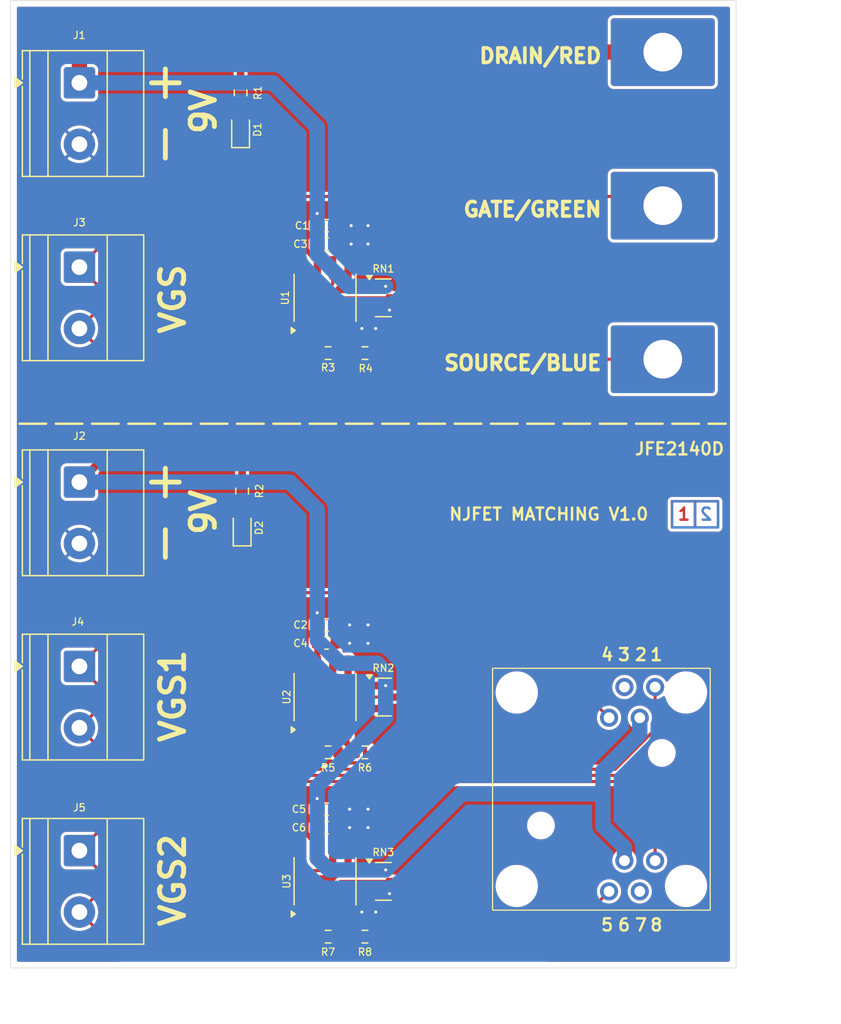
<source format=kicad_pcb>
(kicad_pcb (version 20241229) (generator "pcbnew") (generator_version "9.0")
  (layers (0 "F.Cu" signal) (2 "B.Cu" signal) (13 "F.Paste" user) (15 "B.Paste" user) (5 "F.SilkS" user "F.Silkscreen") (7 "B.SilkS" user "B.Silkscreen") (1 "F.Mask" user) (3 "B.Mask" user) (25 "Edge.Cuts" user))
  (net 0 "")
  (net 1 "VDD")
  (net 2 "GND")
  (net 3 "VCC")
  (net 4 "Net-(D1-A)")
  (net 5 "Net-(D2-A)")
  (net 6 "/GATE_1")
  (net 7 "/SOURCE_1")
  (net 8 "/GATE_2")
  (net 9 "Net-(R3-Pad2)")
  (net 10 "Net-(U1-+)")
  (net 11 "Net-(U2-+)")
  (net 18 "/SOURCE_2")
  (net 19 "Net-(U3-+)")
  (net 25 "Net-(J3-Pin_1)")
  (net 26 "Net-(J3-Pin_2)")
  (net 27 "Net-(R5-Pad2)")
  (net 28 "Net-(R7-Pad2)")
  (footprint "NJFET_MATCHING:PA-SOCKET-SOICN-8-1_27" (layer "F.Cu") (at 168.91 125.222 -90)
    (property "Reference" "U4" (hide yes))
    (property "Value" "PA-SOCKET-SOICN-8-1.27")
    (fp_rect (start -10 -9) (end 10 9) (stroke (width 0.1)) (fill no) (layer "F.SilkS"))
    (pad "" np_thru_hole circle (at -8 -7 270) (size 3 3) (drill 3) (layers "*.Cu" "*.Mask"))
    (pad "" np_thru_hole circle (at -8 7 270) (size 3 3) (drill 3) (layers "*.Cu" "*.Mask"))
    (pad "" np_thru_hole circle (at -3 -5 270) (size 1.8 1.8) (drill 1.8) (layers "*.Cu" "*.Mask"))
    (pad "" np_thru_hole circle (at 3 5 270) (size 1.8 1.8) (drill 1.8) (layers "*.Cu" "*.Mask"))
    (pad "" np_thru_hole circle (at 8 -7 270) (size 3 3) (drill 3) (layers "*.Cu" "*.Mask"))
    (pad "" np_thru_hole circle (at 8 7 270) (size 3 3) (drill 3) (layers "*.Cu" "*.Mask"))
    (pad "1" thru_hole circle (at -8.45 -4.445 270) (size 1.5 1.5) (drill 0.9) (layers "*.Cu" "*.Mask") (net 7 "/SOURCE_1"))
    (pad "2" thru_hole circle (at -5.91 -3.175 270) (size 1.5 1.5) (drill 0.9) (layers "*.Cu" "*.Mask") (net 3 "VCC"))
    (pad "3" thru_hole circle (at -8.45 -1.905 270) (size 1.5 1.5) (drill 0.9) (layers "*.Cu" "*.Mask"))
    (pad "4" thru_hole circle (at -5.91 -0.635 270) (size 1.5 1.5) (drill 0.9) (layers "*.Cu" "*.Mask") (net 6 "/GATE_1"))
    (pad "5" thru_hole circle (at 8.45 -0.635 270) (size 1.5 1.5) (drill 0.9) (layers "*.Cu" "*.Mask") (net 18 "/SOURCE_2"))
    (pad "6" thru_hole circle (at 5.91 -1.905 270) (size 1.5 1.5) (drill 0.9) (layers "*.Cu" "*.Mask") (net 3 "VCC"))
    (pad "7" thru_hole circle (at 8.45 -3.175 270) (size 1.5 1.5) (drill 0.9) (layers "*.Cu" "*.Mask"))
    (pad "8" thru_hole circle (at 5.91 -4.445 270) (size 1.5 1.5) (drill 0.9) (layers "*.Cu" "*.Mask") (net 8 "/GATE_2"))
  )
  (footprint "Resistor_SMD:R_0603_1608Metric" (layer "F.Cu") (at 146.304 137.414)
    (property "Reference" "R7" (at 0 1.27 0) (layer "F.SilkS") (effects (font (size 0.6 0.6) (thickness 0.1))))
    (property "Value" "3k2")
    (fp_line (start -0.237258 -0.5225) (end 0.237258 -0.5225) (stroke (width 0.12)) (layer "F.SilkS"))
    (fp_line (start -0.237258 0.5225) (end 0.237258 0.5225) (stroke (width 0.12)) (layer "F.SilkS"))
    (pad "1" smd roundrect (at -0.825 0) (size 0.8 0.95) (layers "F.Cu" "F.Mask" "F.Paste") (net 18 "/SOURCE_2"))
    (pad "2" smd roundrect (at 0.825 0) (size 0.8 0.95) (layers "F.Cu" "F.Mask" "F.Paste") (net 28 "Net-(R7-Pad2)"))
  )
  (footprint "LED_SMD:LED_0603_1608Metric" (layer "F.Cu") (at 139.065 70.675 90)
    (property "Reference" "D1" (at 0 1.397 90) (layer "F.SilkS") (effects (font (size 0.6 0.6) (thickness 0.1))))
    (property "Value" "LED")
    (fp_line (start 0.8 -0.735) (end -1.485 -0.735) (stroke (width 0.12)) (layer "F.SilkS"))
    (fp_line (start -1.485 -0.735) (end -1.485 0.735) (stroke (width 0.12)) (layer "F.SilkS"))
    (fp_line (start -1.485 0.735) (end 0.8 0.735) (stroke (width 0.12)) (layer "F.SilkS"))
    (pad "1" smd roundrect (at -0.7875 0 90) (size 0.875 0.95) (layers "F.Cu" "F.Mask" "F.Paste") (net 2 "GND"))
    (pad "2" smd roundrect (at 0.7875 0 90) (size 0.875 0.95) (layers "F.Cu" "F.Mask" "F.Paste") (net 4 "Net-(D1-A)"))
  )
  (footprint "Resistor_SMD:R_0603_1608Metric" (layer "F.Cu") (at 146.304 89.154)
    (property "Reference" "R3" (at 0 1.201 0) (layer "F.SilkS") (effects (font (size 0.6 0.6) (thickness 0.1))))
    (property "Value" "3k2")
    (fp_line (start -0.237258 -0.5225) (end 0.237258 -0.5225) (stroke (width 0.12)) (layer "F.SilkS"))
    (fp_line (start -0.237258 0.5225) (end 0.237258 0.5225) (stroke (width 0.12)) (layer "F.SilkS"))
    (pad "1" smd roundrect (at -0.825 0) (size 0.8 0.95) (layers "F.Cu" "F.Mask" "F.Paste") (net 26 "Net-(J3-Pin_2)"))
    (pad "2" smd roundrect (at 0.825 0) (size 0.8 0.95) (layers "F.Cu" "F.Mask" "F.Paste") (net 9 "Net-(R3-Pad2)"))
  )
  (footprint "Package_SO:SOIC-8_3.9x4.9mm_P1.27mm" (layer "F.Cu") (at 146.05 117.602 90)
    (property "Reference" "U2" (at 0 -3.175 270) (layer "F.SilkS") (effects (font (size 0.6 0.6) (thickness 0.1))))
    (property "Value" "OP777ARZ")
    (fp_line (start 0 -2.56) (end 1.95 -2.56) (stroke (width 0.12)) (layer "F.SilkS"))
    (fp_line (start 0 -2.56) (end -1.95 -2.56) (stroke (width 0.12)) (layer "F.SilkS"))
    (fp_line (start 0 2.56) (end 1.95 2.56) (stroke (width 0.12)) (layer "F.SilkS"))
    (fp_line (start 0 2.56) (end -1.95 2.56) (stroke (width 0.12)) (layer "F.SilkS"))
    (fp_poly (pts (xy -2.7 -2.465) (xy -2.94 -2.795) (xy -2.46 -2.795)) (stroke (width 0.12)) (fill yes) (layer "F.SilkS"))
    (pad "1" smd roundrect (at -2.475 -1.905 90) (size 1.95 0.6) (layers "F.Cu" "F.Mask" "F.Paste"))
    (pad "2" smd roundrect (at -2.475 -0.635 90) (size 1.95 0.6) (layers "F.Cu" "F.Mask" "F.Paste") (net 7 "/SOURCE_1"))
    (pad "3" smd roundrect (at -2.475 0.635 90) (size 1.95 0.6) (layers "F.Cu" "F.Mask" "F.Paste") (net 11 "Net-(U2-+)"))
    (pad "4" smd roundrect (at -2.475 1.905 90) (size 1.95 0.6) (layers "F.Cu" "F.Mask" "F.Paste") (net 2 "GND"))
    (pad "5" smd roundrect (at 2.475 1.905 90) (size 1.95 0.6) (layers "F.Cu" "F.Mask" "F.Paste"))
    (pad "6" smd roundrect (at 2.475 0.635 90) (size 1.95 0.6) (layers "F.Cu" "F.Mask" "F.Paste") (net 6 "/GATE_1"))
    (pad "7" smd roundrect (at 2.475 -0.635 90) (size 1.95 0.6) (layers "F.Cu" "F.Mask" "F.Paste") (net 3 "VCC"))
    (pad "8" smd roundrect (at 2.475 -1.905 90) (size 1.95 0.6) (layers "F.Cu" "F.Mask" "F.Paste"))
  )
  (footprint "TerminalBlock_Phoenix:TerminalBlock_Phoenix_MKDS-1,5-2-5.08_1x02_P5.08mm_Horizontal" (layer "F.Cu") (at 125.73 130.302 -90)
    (property "Reference" "J5" (at -3.556 0 180) (layer "F.SilkS") (effects (font (size 0.6 0.6) (thickness 0.1))))
    (property "Value" "1715721")
    (fp_line (start -2.66 4.72) (end -2.66 -5.32) (stroke (width 0.12)) (layer "F.SilkS"))
    (fp_line (start -0.3 4.72) (end -2.66 4.72) (stroke (width 0.12)) (layer "F.SilkS"))
    (fp_line (start 7.74 4.72) (end 0.3 4.72) (stroke (width 0.12)) (layer "F.SilkS"))
    (fp_line (start -2.66 4.1) (end 7.74 4.1) (stroke (width 0.12)) (layer "F.SilkS"))
    (fp_line (start -2.66 2.6) (end 7.74 2.6) (stroke (width 0.12)) (layer "F.SilkS"))
    (fp_line (start -2.66 -2.3) (end 7.74 -2.3) (stroke (width 0.12)) (layer "F.SilkS"))
    (fp_line (start -2.66 -5.32) (end 7.74 -5.32) (stroke (width 0.12)) (layer "F.SilkS"))
    (fp_line (start 7.74 -5.32) (end 7.74 4.72) (stroke (width 0.12)) (layer "F.SilkS"))
    (fp_poly (pts (xy 0 4.72) (xy 0.44 5.33) (xy -0.44 5.33)) (stroke (width 0.12)) (fill yes) (layer "F.SilkS"))
    (pad "1" thru_hole roundrect (at 0 0 270) (size 2.6 2.6) (drill 1.3) (layers "*.Cu" "*.Mask") (roundrect_rratio 0.096154) (net 8 "/GATE_2"))
    (pad "2" thru_hole circle (at 5.08 0 270) (size 2.6 2.6) (drill 1.3) (layers "*.Cu" "*.Mask") (net 18 "/SOURCE_2"))
  )
  (footprint "TerminalBlock_Phoenix:TerminalBlock_Phoenix_MKDS-1,5-2-5.08_1x02_P5.08mm_Horizontal" (layer "F.Cu") (at 125.73 99.822 -90)
    (property "Reference" "J2" (at -3.81 0 180) (layer "F.SilkS") (effects (font (size 0.6 0.6) (thickness 0.1))))
    (property "Value" "1715721")
    (fp_line (start -2.66 4.72) (end -2.66 -5.32) (stroke (width 0.12)) (layer "F.SilkS"))
    (fp_line (start -0.3 4.72) (end -2.66 4.72) (stroke (width 0.12)) (layer "F.SilkS"))
    (fp_line (start 7.74 4.72) (end 0.3 4.72) (stroke (width 0.12)) (layer "F.SilkS"))
    (fp_line (start -2.66 4.1) (end 7.74 4.1) (stroke (width 0.12)) (layer "F.SilkS"))
    (fp_line (start -2.66 2.6) (end 7.74 2.6) (stroke (width 0.12)) (layer "F.SilkS"))
    (fp_line (start -2.66 -2.3) (end 7.74 -2.3) (stroke (width 0.12)) (layer "F.SilkS"))
    (fp_line (start -2.66 -5.32) (end 7.74 -5.32) (stroke (width 0.12)) (layer "F.SilkS"))
    (fp_line (start 7.74 -5.32) (end 7.74 4.72) (stroke (width 0.12)) (layer "F.SilkS"))
    (fp_poly (pts (xy 0 4.72) (xy 0.44 5.33) (xy -0.44 5.33)) (stroke (width 0.12)) (fill yes) (layer "F.SilkS"))
    (pad "1" thru_hole roundrect (at 0 0 270) (size 2.6 2.6) (drill 1.3) (layers "*.Cu" "*.Mask") (roundrect_rratio 0.096154) (net 3 "VCC"))
    (pad "2" thru_hole circle (at 5.08 0 270) (size 2.6 2.6) (drill 1.3) (layers "*.Cu" "*.Mask") (net 2 "GND"))
  )
  (footprint "Resistor_SMD:R_0603_1608Metric" (layer "F.Cu") (at 149.352 137.414)
    (property "Reference" "R8" (at 0 1.27 0) (layer "F.SilkS") (effects (font (size 0.6 0.6) (thickness 0.1))))
    (property "Value" "3k2")
    (fp_line (start -0.237258 -0.5225) (end 0.237258 -0.5225) (stroke (width 0.12)) (layer "F.SilkS"))
    (fp_line (start -0.237258 0.5225) (end 0.237258 0.5225) (stroke (width 0.12)) (layer "F.SilkS"))
    (pad "1" smd roundrect (at -0.825 0) (size 0.8 0.95) (layers "F.Cu" "F.Mask" "F.Paste") (net 28 "Net-(R7-Pad2)"))
    (pad "2" smd roundrect (at 0.825 0) (size 0.8 0.95) (layers "F.Cu" "F.Mask" "F.Paste") (net 2 "GND"))
  )
  (footprint "Capacitor_SMD:C_0603_1608Metric" (layer "F.Cu") (at 146.177 111.633)
    (property "Reference" "C2" (at -2.159 0 0) (layer "F.SilkS") (effects (font (size 0.6 0.6) (thickness 0.1))))
    (property "Value" "1u")
    (fp_line (start -0.14058 -0.51) (end 0.14058 -0.51) (stroke (width 0.12)) (layer "F.SilkS"))
    (fp_line (start -0.14058 0.51) (end 0.14058 0.51) (stroke (width 0.12)) (layer "F.SilkS"))
    (pad "1" smd roundrect (at -0.775 0) (size 0.9 0.95) (layers "F.Cu" "F.Mask" "F.Paste") (net 3 "VCC"))
    (pad "2" smd roundrect (at 0.775 0) (size 0.9 0.95) (layers "F.Cu" "F.Mask" "F.Paste") (net 2 "GND"))
  )
  (footprint "Resistor_SMD:R_0603_1608Metric" (layer "F.Cu") (at 149.352 122.174)
    (property "Reference" "R6" (at 0 1.27 0) (layer "F.SilkS") (effects (font (size 0.6 0.6) (thickness 0.1))))
    (property "Value" "3k2")
    (fp_line (start -0.237258 -0.5225) (end 0.237258 -0.5225) (stroke (width 0.12)) (layer "F.SilkS"))
    (fp_line (start -0.237258 0.5225) (end 0.237258 0.5225) (stroke (width 0.12)) (layer "F.SilkS"))
    (pad "1" smd roundrect (at -0.825 0) (size 0.8 0.95) (layers "F.Cu" "F.Mask" "F.Paste") (net 27 "Net-(R5-Pad2)"))
    (pad "2" smd roundrect (at 0.825 0) (size 0.8 0.95) (layers "F.Cu" "F.Mask" "F.Paste") (net 2 "GND"))
  )
  (footprint "Resistor_SMD:R_0603_1608Metric" (layer "F.Cu") (at 139.192 100.56525 -90)
    (property "Reference" "R2" (at 0 -1.43 90) (layer "F.SilkS") (effects (font (size 0.6 0.6) (thickness 0.1))))
    (property "Value" "1k8")
    (fp_line (start -0.237258 0.5225) (end 0.237258 0.5225) (stroke (width 0.12)) (layer "F.SilkS"))
    (fp_line (start -0.237258 -0.5225) (end 0.237258 -0.5225) (stroke (width 0.12)) (layer "F.SilkS"))
    (pad "1" smd roundrect (at -0.825 0 270) (size 0.8 0.95) (layers "F.Cu" "F.Mask" "F.Paste") (net 3 "VCC"))
    (pad "2" smd roundrect (at 0.825 0 270) (size 0.8 0.95) (layers "F.Cu" "F.Mask" "F.Paste") (net 5 "Net-(D2-A)"))
  )
  (footprint "Package_TO_SOT_SMD:SOT-23" (layer "F.Cu") (at 150.876 84.582)
    (property "Reference" "RN1" (at 0 -2.4 0) (layer "F.SilkS") (effects (font (size 0.6 0.6) (thickness 0.1))))
    (property "Value" "MPMT2002AT5")
    (fp_line (start 0 -1.56) (end -0.65 -1.56) (stroke (width 0.12)) (layer "F.SilkS"))
    (fp_line (start 0 -1.56) (end 0.65 -1.56) (stroke (width 0.12)) (layer "F.SilkS"))
    (fp_line (start 0 1.56) (end -0.65 1.56) (stroke (width 0.12)) (layer "F.SilkS"))
    (fp_line (start 0 1.56) (end 0.65 1.56) (stroke (width 0.12)) (layer "F.SilkS"))
    (fp_poly (pts (xy -1.1625 -1.51) (xy -1.4025 -1.84) (xy -0.9225 -1.84)) (stroke (width 0.12)) (fill yes) (layer "F.SilkS"))
    (pad "1" smd roundrect (at -0.9375 -0.95) (size 1.475 0.6) (layers "F.Cu" "F.Mask" "F.Paste") (net 1 "VDD"))
    (pad "2" smd roundrect (at -0.9375 0.95) (size 1.475 0.6) (layers "F.Cu" "F.Mask" "F.Paste") (net 2 "GND"))
    (pad "3" smd roundrect (at 0.9375 0) (size 1.475 0.6) (layers "F.Cu" "F.Mask" "F.Paste") (net 10 "Net-(U1-+)"))
  )
  (footprint "Package_TO_SOT_SMD:SOT-23" (layer "F.Cu") (at 150.876 117.602)
    (property "Reference" "RN2" (at 0 -2.4 0) (layer "F.SilkS") (effects (font (size 0.6 0.6) (thickness 0.1))))
    (property "Value" "MPMT2002AT5")
    (fp_line (start 0 -1.56) (end -0.65 -1.56) (stroke (width 0.12)) (layer "F.SilkS"))
    (fp_line (start 0 -1.56) (end 0.65 -1.56) (stroke (width 0.12)) (layer "F.SilkS"))
    (fp_line (start 0 1.56) (end -0.65 1.56) (stroke (width 0.12)) (layer "F.SilkS"))
    (fp_line (start 0 1.56) (end 0.65 1.56) (stroke (width 0.12)) (layer "F.SilkS"))
    (fp_poly (pts (xy -1.1625 -1.51) (xy -1.4025 -1.84) (xy -0.9225 -1.84)) (stroke (width 0.12)) (fill yes) (layer "F.SilkS"))
    (pad "1" smd roundrect (at -0.9375 -0.95) (size 1.475 0.6) (layers "F.Cu" "F.Mask" "F.Paste") (net 3 "VCC"))
    (pad "2" smd roundrect (at -0.9375 0.95) (size 1.475 0.6) (layers "F.Cu" "F.Mask" "F.Paste") (net 2 "GND"))
    (pad "3" smd roundrect (at 0.9375 0) (size 1.475 0.6) (layers "F.Cu" "F.Mask" "F.Paste") (net 11 "Net-(U2-+)"))
  )
  (footprint "Package_SO:SOIC-8_3.9x4.9mm_P1.27mm" (layer "F.Cu") (at 146.05 132.842 90)
    (property "Reference" "U3" (at 0 -3.175 270) (layer "F.SilkS") (effects (font (size 0.6 0.6) (thickness 0.1))))
    (property "Value" "OP777ARZ")
    (fp_line (start 0 -2.56) (end 1.95 -2.56) (stroke (width 0.12)) (layer "F.SilkS"))
    (fp_line (start 0 -2.56) (end -1.95 -2.56) (stroke (width 0.12)) (layer "F.SilkS"))
    (fp_line (start 0 2.56) (end 1.95 2.56) (stroke (width 0.12)) (layer "F.SilkS"))
    (fp_line (start 0 2.56) (end -1.95 2.56) (stroke (width 0.12)) (layer "F.SilkS"))
    (fp_poly (pts (xy -2.7 -2.465) (xy -2.94 -2.795) (xy -2.46 -2.795)) (stroke (width 0.12)) (fill yes) (layer "F.SilkS"))
    (pad "1" smd roundrect (at -2.475 -1.905 90) (size 1.95 0.6) (layers "F.Cu" "F.Mask" "F.Paste"))
    (pad "2" smd roundrect (at -2.475 -0.635 90) (size 1.95 0.6) (layers "F.Cu" "F.Mask" "F.Paste") (net 18 "/SOURCE_2"))
    (pad "3" smd roundrect (at -2.475 0.635 90) (size 1.95 0.6) (layers "F.Cu" "F.Mask" "F.Paste") (net 19 "Net-(U3-+)"))
    (pad "4" smd roundrect (at -2.475 1.905 90) (size 1.95 0.6) (layers "F.Cu" "F.Mask" "F.Paste") (net 2 "GND"))
    (pad "5" smd roundrect (at 2.475 1.905 90) (size 1.95 0.6) (layers "F.Cu" "F.Mask" "F.Paste"))
    (pad "6" smd roundrect (at 2.475 0.635 90) (size 1.95 0.6) (layers "F.Cu" "F.Mask" "F.Paste") (net 8 "/GATE_2"))
    (pad "7" smd roundrect (at 2.475 -0.635 90) (size 1.95 0.6) (layers "F.Cu" "F.Mask" "F.Paste") (net 3 "VCC"))
    (pad "8" smd roundrect (at 2.475 -1.905 90) (size 1.95 0.6) (layers "F.Cu" "F.Mask" "F.Paste"))
  )
  (footprint "Capacitor_SMD:C_0603_1608Metric" (layer "F.Cu") (at 146.177 80.137)
    (property "Reference" "C3" (at -2.159 0 0) (layer "F.SilkS") (effects (font (size 0.6 0.6) (thickness 0.1))))
    (property "Value" "0.1u")
    (fp_line (start -0.14058 -0.51) (end 0.14058 -0.51) (stroke (width 0.12)) (layer "F.SilkS"))
    (fp_line (start -0.14058 0.51) (end 0.14058 0.51) (stroke (width 0.12)) (layer "F.SilkS"))
    (pad "1" smd roundrect (at -0.775 0) (size 0.9 0.95) (layers "F.Cu" "F.Mask" "F.Paste") (net 1 "VDD"))
    (pad "2" smd roundrect (at 0.775 0) (size 0.9 0.95) (layers "F.Cu" "F.Mask" "F.Paste") (net 2 "GND"))
  )
  (footprint "Capacitor_SMD:C_0603_1608Metric" (layer "F.Cu") (at 146.177 78.613)
    (property "Reference" "C1" (at -2.032 0 0) (layer "F.SilkS") (effects (font (size 0.6 0.6) (thickness 0.1))))
    (property "Value" "1u")
    (fp_line (start -0.14058 -0.51) (end 0.14058 -0.51) (stroke (width 0.12)) (layer "F.SilkS"))
    (fp_line (start -0.14058 0.51) (end 0.14058 0.51) (stroke (width 0.12)) (layer "F.SilkS"))
    (pad "1" smd roundrect (at -0.775 0) (size 0.9 0.95) (layers "F.Cu" "F.Mask" "F.Paste") (net 1 "VDD"))
    (pad "2" smd roundrect (at 0.775 0) (size 0.9 0.95) (layers "F.Cu" "F.Mask" "F.Paste") (net 2 "GND"))
  )
  (footprint "Capacitor_SMD:C_0603_1608Metric" (layer "F.Cu") (at 146.177 126.873)
    (property "Reference" "C5" (at -2.286 0 0) (layer "F.SilkS") (effects (font (size 0.6 0.6) (thickness 0.1))))
    (property "Value" "1u")
    (fp_line (start -0.14058 -0.51) (end 0.14058 -0.51) (stroke (width 0.12)) (layer "F.SilkS"))
    (fp_line (start -0.14058 0.51) (end 0.14058 0.51) (stroke (width 0.12)) (layer "F.SilkS"))
    (pad "1" smd roundrect (at -0.775 0) (size 0.9 0.95) (layers "F.Cu" "F.Mask" "F.Paste") (net 3 "VCC"))
    (pad "2" smd roundrect (at 0.775 0) (size 0.9 0.95) (layers "F.Cu" "F.Mask" "F.Paste") (net 2 "GND"))
  )
  (footprint "NJFET_MATCHING:PCA23" (layer "F.Cu") (at 173.99 76.962)
    (property "Reference" "Q1" (hide yes))
    (property "Value" "Peak Electronic Design Limited PCA23")
    (pad "1" thru_hole roundrect (at 0 -12.7) (size 8.6 5.6) (drill 3.2) (layers "*.Cu" "*.Mask") (roundrect_rratio 0.04464285714) (net 1 "VDD"))
    (pad "2" thru_hole roundrect (at 0 0) (size 8.6 5.6) (drill 3.2) (layers "*.Cu" "*.Mask") (roundrect_rratio 0.04464285714) (net 25 "Net-(J3-Pin_1)"))
    (pad "3" thru_hole roundrect (at 0 12.7) (size 8.6 5.6) (drill 3.2) (layers "*.Cu" "*.Mask") (roundrect_rratio 0.04464285714) (net 26 "Net-(J3-Pin_2)"))
  )
  (footprint "Package_TO_SOT_SMD:SOT-23" (layer "F.Cu") (at 150.876 132.842)
    (property "Reference" "RN3" (at 0 -2.4 0) (layer "F.SilkS") (effects (font (size 0.6 0.6) (thickness 0.1))))
    (property "Value" "MPMT2002AT5")
    (fp_line (start 0 -1.56) (end -0.65 -1.56) (stroke (width 0.12)) (layer "F.SilkS"))
    (fp_line (start 0 -1.56) (end 0.65 -1.56) (stroke (width 0.12)) (layer "F.SilkS"))
    (fp_line (start 0 1.56) (end -0.65 1.56) (stroke (width 0.12)) (layer "F.SilkS"))
    (fp_line (start 0 1.56) (end 0.65 1.56) (stroke (width 0.12)) (layer "F.SilkS"))
    (fp_poly (pts (xy -1.1625 -1.51) (xy -1.4025 -1.84) (xy -0.9225 -1.84)) (stroke (width 0.12)) (fill yes) (layer "F.SilkS"))
    (pad "1" smd roundrect (at -0.9375 -0.95) (size 1.475 0.6) (layers "F.Cu" "F.Mask" "F.Paste") (net 3 "VCC"))
    (pad "2" smd roundrect (at -0.9375 0.95) (size 1.475 0.6) (layers "F.Cu" "F.Mask" "F.Paste") (net 2 "GND"))
    (pad "3" smd roundrect (at 0.9375 0) (size 1.475 0.6) (layers "F.Cu" "F.Mask" "F.Paste") (net 19 "Net-(U3-+)"))
  )
  (footprint "TerminalBlock_Phoenix:TerminalBlock_Phoenix_MKDS-1,5-2-5.08_1x02_P5.08mm_Horizontal" (layer "F.Cu") (at 125.73 115.062 -90)
    (property "Reference" "J4" (at -3.683 0.127 180) (layer "F.SilkS") (effects (font (size 0.6 0.6) (thickness 0.1))))
    (property "Value" "1715721")
    (fp_line (start -2.66 4.72) (end -2.66 -5.32) (stroke (width 0.12)) (layer "F.SilkS"))
    (fp_line (start -0.3 4.72) (end -2.66 4.72) (stroke (width 0.12)) (layer "F.SilkS"))
    (fp_line (start 7.74 4.72) (end 0.3 4.72) (stroke (width 0.12)) (layer "F.SilkS"))
    (fp_line (start -2.66 4.1) (end 7.74 4.1) (stroke (width 0.12)) (layer "F.SilkS"))
    (fp_line (start -2.66 2.6) (end 7.74 2.6) (stroke (width 0.12)) (layer "F.SilkS"))
    (fp_line (start -2.66 -2.3) (end 7.74 -2.3) (stroke (width 0.12)) (layer "F.SilkS"))
    (fp_line (start -2.66 -5.32) (end 7.74 -5.32) (stroke (width 0.12)) (layer "F.SilkS"))
    (fp_line (start 7.74 -5.32) (end 7.74 4.72) (stroke (width 0.12)) (layer "F.SilkS"))
    (fp_poly (pts (xy 0 4.72) (xy 0.44 5.33) (xy -0.44 5.33)) (stroke (width 0.12)) (fill yes) (layer "F.SilkS"))
    (pad "1" thru_hole roundrect (at 0 0 270) (size 2.6 2.6) (drill 1.3) (layers "*.Cu" "*.Mask") (roundrect_rratio 0.096154) (net 6 "/GATE_1"))
    (pad "2" thru_hole circle (at 5.08 0 270) (size 2.6 2.6) (drill 1.3) (layers "*.Cu" "*.Mask") (net 7 "/SOURCE_1"))
  )
  (footprint "TerminalBlock_Phoenix:TerminalBlock_Phoenix_MKDS-1,5-2-5.08_1x02_P5.08mm_Horizontal" (layer "F.Cu") (at 125.73 66.802 -90)
    (property "Reference" "J1" (at -3.937 0 180) (layer "F.SilkS") (effects (font (size 0.6 0.6) (thickness 0.1))))
    (property "Value" "1715721")
    (fp_line (start -2.66 4.72) (end -2.66 -5.32) (stroke (width 0.12)) (layer "F.SilkS"))
    (fp_line (start -0.3 4.72) (end -2.66 4.72) (stroke (width 0.12)) (layer "F.SilkS"))
    (fp_line (start 7.74 4.72) (end 0.3 4.72) (stroke (width 0.12)) (layer "F.SilkS"))
    (fp_line (start -2.66 4.1) (end 7.74 4.1) (stroke (width 0.12)) (layer "F.SilkS"))
    (fp_line (start -2.66 2.6) (end 7.74 2.6) (stroke (width 0.12)) (layer "F.SilkS"))
    (fp_line (start -2.66 -2.3) (end 7.74 -2.3) (stroke (width 0.12)) (layer "F.SilkS"))
    (fp_line (start -2.66 -5.32) (end 7.74 -5.32) (stroke (width 0.12)) (layer "F.SilkS"))
    (fp_line (start 7.74 -5.32) (end 7.74 4.72) (stroke (width 0.12)) (layer "F.SilkS"))
    (fp_poly (pts (xy 0 4.72) (xy 0.44 5.33) (xy -0.44 5.33)) (stroke (width 0.12)) (fill yes) (layer "F.SilkS"))
    (pad "1" thru_hole roundrect (at 0 0 270) (size 2.6 2.6) (drill 1.3) (layers "*.Cu" "*.Mask") (roundrect_rratio 0.096154) (net 1 "VDD"))
    (pad "2" thru_hole circle (at 5.08 0 270) (size 2.6 2.6) (drill 1.3) (layers "*.Cu" "*.Mask") (net 2 "GND"))
  )
  (footprint "Package_SO:SOIC-8_3.9x4.9mm_P1.27mm" (layer "F.Cu") (at 146.05 84.582 90)
    (property "Reference" "U1" (at 0 -3.302 90) (layer "F.SilkS") (effects (font (size 0.6 0.6) (thickness 0.1))))
    (property "Value" "OP777ARZ")
    (fp_line (start 0 -2.56) (end 1.95 -2.56) (stroke (width 0.12)) (layer "F.SilkS"))
    (fp_line (start 0 -2.56) (end -1.95 -2.56) (stroke (width 0.12)) (layer "F.SilkS"))
    (fp_line (start 0 2.56) (end 1.95 2.56) (stroke (width 0.12)) (layer "F.SilkS"))
    (fp_line (start 0 2.56) (end -1.95 2.56) (stroke (width 0.12)) (layer "F.SilkS"))
    (fp_poly (pts (xy -2.7 -2.465) (xy -2.94 -2.795) (xy -2.46 -2.795)) (stroke (width 0.12)) (fill yes) (layer "F.SilkS"))
    (pad "1" smd roundrect (at -2.475 -1.905 90) (size 1.95 0.6) (layers "F.Cu" "F.Mask" "F.Paste"))
    (pad "2" smd roundrect (at -2.475 -0.635 90) (size 1.95 0.6) (layers "F.Cu" "F.Mask" "F.Paste") (net 26 "Net-(J3-Pin_2)"))
    (pad "3" smd roundrect (at -2.475 0.635 90) (size 1.95 0.6) (layers "F.Cu" "F.Mask" "F.Paste") (net 10 "Net-(U1-+)"))
    (pad "4" smd roundrect (at -2.475 1.905 90) (size 1.95 0.6) (layers "F.Cu" "F.Mask" "F.Paste") (net 2 "GND"))
    (pad "5" smd roundrect (at 2.475 1.905 90) (size 1.95 0.6) (layers "F.Cu" "F.Mask" "F.Paste"))
    (pad "6" smd roundrect (at 2.475 0.635 90) (size 1.95 0.6) (layers "F.Cu" "F.Mask" "F.Paste") (net 25 "Net-(J3-Pin_1)"))
    (pad "7" smd roundrect (at 2.475 -0.635 90) (size 1.95 0.6) (layers "F.Cu" "F.Mask" "F.Paste") (net 1 "VDD"))
    (pad "8" smd roundrect (at 2.475 -1.905 90) (size 1.95 0.6) (layers "F.Cu" "F.Mask" "F.Paste"))
  )
  (footprint "Resistor_SMD:R_0603_1608Metric" (layer "F.Cu") (at 139.065 67.627 -90)
    (property "Reference" "R1" (at 0 -1.43 90) (layer "F.SilkS") (effects (font (size 0.6 0.6) (thickness 0.1))))
    (property "Value" "1k8")
    (fp_line (start -0.237258 0.5225) (end 0.237258 0.5225) (stroke (width 0.12)) (layer "F.SilkS"))
    (fp_line (start -0.237258 -0.5225) (end 0.237258 -0.5225) (stroke (width 0.12)) (layer "F.SilkS"))
    (pad "1" smd roundrect (at -0.825 0 270) (size 0.8 0.95) (layers "F.Cu" "F.Mask" "F.Paste") (net 1 "VDD"))
    (pad "2" smd roundrect (at 0.825 0 270) (size 0.8 0.95) (layers "F.Cu" "F.Mask" "F.Paste") (net 4 "Net-(D1-A)"))
  )
  (footprint "TerminalBlock_Phoenix:TerminalBlock_Phoenix_MKDS-1,5-2-5.08_1x02_P5.08mm_Horizontal" (layer "F.Cu") (at 125.73 82.042 -90)
    (property "Reference" "J3" (at -3.683 0 180) (layer "F.SilkS") (effects (font (size 0.6 0.6) (thickness 0.1))))
    (property "Value" "1715721")
    (fp_line (start -2.66 4.72) (end -2.66 -5.32) (stroke (width 0.12)) (layer "F.SilkS"))
    (fp_line (start -0.3 4.72) (end -2.66 4.72) (stroke (width 0.12)) (layer "F.SilkS"))
    (fp_line (start 7.74 4.72) (end 0.3 4.72) (stroke (width 0.12)) (layer "F.SilkS"))
    (fp_line (start -2.66 4.1) (end 7.74 4.1) (stroke (width 0.12)) (layer "F.SilkS"))
    (fp_line (start -2.66 2.6) (end 7.74 2.6) (stroke (width 0.12)) (layer "F.SilkS"))
    (fp_line (start -2.66 -2.3) (end 7.74 -2.3) (stroke (width 0.12)) (layer "F.SilkS"))
    (fp_line (start -2.66 -5.32) (end 7.74 -5.32) (stroke (width 0.12)) (layer "F.SilkS"))
    (fp_line (start 7.74 -5.32) (end 7.74 4.72) (stroke (width 0.12)) (layer "F.SilkS"))
    (fp_poly (pts (xy 0 4.72) (xy 0.44 5.33) (xy -0.44 5.33)) (stroke (width 0.12)) (fill yes) (layer "F.SilkS"))
    (pad "1" thru_hole roundrect (at 0 0 270) (size 2.6 2.6) (drill 1.3) (layers "*.Cu" "*.Mask") (roundrect_rratio 0.096154) (net 25 "Net-(J3-Pin_1)"))
    (pad "2" thru_hole circle (at 5.08 0 270) (size 2.6 2.6) (drill 1.3) (layers "*.Cu" "*.Mask") (net 26 "Net-(J3-Pin_2)"))
  )
  (footprint "Capacitor_SMD:C_0603_1608Metric" (layer "F.Cu") (at 146.177 128.397)
    (property "Reference" "C6" (at -2.286 0 0) (layer "F.SilkS") (effects (font (size 0.6 0.6) (thickness 0.1))))
    (property "Value" "0.1u")
    (fp_line (start -0.14058 -0.51) (end 0.14058 -0.51) (stroke (width 0.12)) (layer "F.SilkS"))
    (fp_line (start -0.14058 0.51) (end 0.14058 0.51) (stroke (width 0.12)) (layer "F.SilkS"))
    (pad "1" smd roundrect (at -0.775 0) (size 0.9 0.95) (layers "F.Cu" "F.Mask" "F.Paste") (net 3 "VCC"))
    (pad "2" smd roundrect (at 0.775 0) (size 0.9 0.95) (layers "F.Cu" "F.Mask" "F.Paste") (net 2 "GND"))
  )
  (footprint "Resistor_SMD:R_0603_1608Metric" (layer "F.Cu") (at 149.352 89.154)
    (property "Reference" "R4" (at 0.064 1.27 0) (layer "F.SilkS") (effects (font (size 0.6 0.6) (thickness 0.1))))
    (property "Value" "0")
    (fp_line (start -0.237258 -0.5225) (end 0.237258 -0.5225) (stroke (width 0.12)) (layer "F.SilkS"))
    (fp_line (start -0.237258 0.5225) (end 0.237258 0.5225) (stroke (width 0.12)) (layer "F.SilkS"))
    (pad "1" smd roundrect (at -0.825 0) (size 0.8 0.95) (layers "F.Cu" "F.Mask" "F.Paste") (net 9 "Net-(R3-Pad2)"))
    (pad "2" smd roundrect (at 0.825 0) (size 0.8 0.95) (layers "F.Cu" "F.Mask" "F.Paste") (net 2 "GND"))
  )
  (footprint "Resistor_SMD:R_0603_1608Metric" (layer "F.Cu") (at 146.304 122.174)
    (property "Reference" "R5" (at 0 1.27 0) (layer "F.SilkS") (effects (font (size 0.6 0.6) (thickness 0.1))))
    (property "Value" "3k2")
    (fp_line (start -0.237258 -0.5225) (end 0.237258 -0.5225) (stroke (width 0.12)) (layer "F.SilkS"))
    (fp_line (start -0.237258 0.5225) (end 0.237258 0.5225) (stroke (width 0.12)) (layer "F.SilkS"))
    (pad "1" smd roundrect (at -0.825 0) (size 0.8 0.95) (layers "F.Cu" "F.Mask" "F.Paste") (net 7 "/SOURCE_1"))
    (pad "2" smd roundrect (at 0.825 0) (size 0.8 0.95) (layers "F.Cu" "F.Mask" "F.Paste") (net 27 "Net-(R5-Pad2)"))
  )
  (footprint "Capacitor_SMD:C_0603_1608Metric" (layer "F.Cu") (at 146.177 113.127)
    (property "Reference" "C4" (at -2.159 0.03 0) (layer "F.SilkS") (effects (font (size 0.6 0.6) (thickness 0.1))))
    (property "Value" "0.1u")
    (fp_line (start -0.14058 -0.51) (end 0.14058 -0.51) (stroke (width 0.12)) (layer "F.SilkS"))
    (fp_line (start -0.14058 0.51) (end 0.14058 0.51) (stroke (width 0.12)) (layer "F.SilkS"))
    (pad "1" smd roundrect (at -0.775 0) (size 0.9 0.95) (layers "F.Cu" "F.Mask" "F.Paste") (net 3 "VCC"))
    (pad "2" smd roundrect (at 0.775 0) (size 0.9 0.95) (layers "F.Cu" "F.Mask" "F.Paste") (net 2 "GND"))
  )
  (footprint "LED_SMD:LED_0603_1608Metric" (layer "F.Cu") (at 139.192 103.61325 90)
    (property "Reference" "D2" (at 0 1.397 90) (layer "F.SilkS") (effects (font (size 0.6 0.6) (thickness 0.1))))
    (property "Value" "LED")
    (fp_line (start 0.8 -0.735) (end -1.485 -0.735) (stroke (width 0.12)) (layer "F.SilkS"))
    (fp_line (start -1.485 -0.735) (end -1.485 0.735) (stroke (width 0.12)) (layer "F.SilkS"))
    (fp_line (start -1.485 0.735) (end 0.8 0.735) (stroke (width 0.12)) (layer "F.SilkS"))
    (pad "1" smd roundrect (at -0.7875 0 90) (size 0.875 0.95) (layers "F.Cu" "F.Mask" "F.Paste") (net 2 "GND"))
    (pad "2" smd roundrect (at 0.7875 0 90) (size 0.875 0.95) (layers "F.Cu" "F.Mask" "F.Paste") (net 5 "Net-(D2-A)"))
  )
  (gr_rect (start 174.752 101.4095) (end 176.657 103.5685) (stroke (width 0.2)) (fill no) (layer "F.Cu"))
  (gr_rect (start 176.657 101.4095) (end 178.562 103.5685) (stroke (width 0.2)) (fill no) (layer "F.Cu"))
  (gr_rect (start 176.657 101.4095) (end 178.562 103.5685) (stroke (width 0.2)) (fill no) (layer "B.Cu"))
  (gr_rect (start 174.752 101.4095) (end 176.657 103.5685) (stroke (width 0.2)) (fill no) (layer "B.Cu"))
  (gr_line (start 120.777 94.996) (end 179.197 94.996) (stroke (width 0.2) (type dash)) (layer "F.SilkS"))
  (gr_line (start 132.842 65.659) (end 132.842 67.945) (stroke (width 0.4)) (layer "F.SilkS"))
  (gr_line (start 132.842 70.739) (end 132.842 73.025) (stroke (width 0.4)) (layer "F.SilkS"))
  (gr_line (start 131.699 66.802) (end 133.985 66.802) (stroke (width 0.4)) (layer "F.SilkS"))
  (gr_line (start 131.699 99.822) (end 133.985 99.822) (stroke (width 0.4)) (layer "F.SilkS"))
  (gr_line (start 132.842 98.679) (end 132.842 100.965) (stroke (width 0.4)) (layer "F.SilkS"))
  (gr_line (start 132.842 103.759) (end 132.842 106.045) (stroke (width 0.4)) (layer "F.SilkS"))
  (gr_rect (start 120.05 60.002) (end 180.05 140.002) (stroke (width 0.05)) (fill no) (layer "Edge.Cuts"))
  (gr_text "1" (at 175.133 103.0605 0) (layer "F.Cu") (effects (font (size 1 1) (thickness 0.2) (bold yes)) (justify left bottom)))
  (gr_text "2" (at 178.181 103.0605 0) (layer "B.Cu") (effects (font (size 1 1) (thickness 0.2) (bold yes)) (justify left bottom mirror)))
  (gr_text "8" (at 172.847 137.033 0) (layer "F.SilkS") (effects (font (size 1 1) (thickness 0.2) (bold yes)) (justify left bottom)))
  (gr_text "1" (at 172.847 114.681 0) (layer "F.SilkS") (effects (font (size 1 1) (thickness 0.2) (bold yes)) (justify left bottom)))
  (gr_text "6" (at 170.18 137.033 0) (layer "F.SilkS") (effects (font (size 1 1) (thickness 0.2) (bold yes)) (justify left bottom)))
  (gr_text "5" (at 168.783 137.033 0) (layer "F.SilkS") (effects (font (size 1 1) (thickness 0.2) (bold yes)) (justify left bottom)))
  (gr_text "SOURCE/BLUE" (at 155.752999 90.678 0) (layer "F.SilkS") (effects (font (size 1.2 1.2) (thickness 0.3) (bold yes)) (justify left bottom)))
  (gr_text "9V" (at 137.16 104.394 90) (layer "F.SilkS") (effects (font (size 2 2) (thickness 0.4) (bold yes)) (justify left bottom)))
  (gr_text "VGS2" (at 134.62 136.779 90) (layer "F.SilkS") (effects (font (size 2 2) (thickness 0.4) (bold yes)) (justify left bottom)))
  (gr_text "NJFET MATCHING V1.0" (at 156.21 103.0605 0) (layer "F.SilkS") (effects (font (size 1 1) (thickness 0.2) (bold yes)) (justify left bottom)))
  (gr_text "3" (at 170.18 114.681 0) (layer "F.SilkS") (effects (font (size 1 1) (thickness 0.2) (bold yes)) (justify left bottom)))
  (gr_text "GATE/GREEN" (at 157.353 77.978 0) (layer "F.SilkS") (effects (font (size 1.2 1.2) (thickness 0.3) (bold yes)) (justify left bottom)))
  (gr_text "VGS" (at 134.62 87.757 90) (layer "F.SilkS") (effects (font (size 2 2) (thickness 0.4) (bold yes)) (justify left bottom)))
  (gr_text "JFE2140D\n" (at 171.577 97.663 0) (layer "F.SilkS") (effects (font (size 1 1) (thickness 0.2) (bold yes)) (justify left bottom)))
  (gr_text "DRAIN/RED" (at 158.667285 65.278 0) (layer "F.SilkS") (effects (font (size 1.2 1.2) (thickness 0.3) (bold yes)) (justify left bottom)))
  (gr_text "VGS1" (at 134.62 121.539 90) (layer "F.SilkS") (effects (font (size 2 2) (thickness 0.4) (bold yes)) (justify left bottom)))
  (gr_text "9V" (at 137.16 71.247 90) (layer "F.SilkS") (effects (font (size 2 2) (thickness 0.4) (bold yes)) (justify left bottom)))
  (gr_text "7" (at 171.577 137.033 0) (layer "F.SilkS") (effects (font (size 1 1) (thickness 0.2) (bold yes)) (justify left bottom)))
  (gr_text "4" (at 168.783 114.681 0) (layer "F.SilkS") (effects (font (size 1 1) (thickness 0.2) (bold yes)) (justify left bottom)))
  (gr_text "2" (at 171.577 114.681 0) (layer "F.SilkS") (effects (font (size 1 1) (thickness 0.2) (bold yes)) (justify left bottom)))
  (segment (start 165.989 63.119) (end 139.192 63.119) (width 1.27) (layer "F.Cu") (net 1))
  (segment (start 126.746 63.119) (end 125.73 64.135) (width 1.27) (layer "F.Cu") (net 1))
  (segment (start 145.415 80.15) (end 145.402 80.137) (width 0.635) (layer "F.Cu") (net 1))
  (segment (start 125.73 64.135) (end 125.73 66.802) (width 1.27) (layer "F.Cu") (net 1))
  (segment (start 139.065 63.246) (end 139.192 63.119) (width 0.635) (layer "F.Cu") (net 1))
  (segment (start 173.99 64.262) (end 167.132 64.262) (width 1.27) (layer "F.Cu") (net 1))
  (segment (start 145.415 82.107) (end 145.415 80.15) (width 0.508) (layer "F.Cu") (net 1))
  (segment (start 139.192 63.119) (end 126.746 63.119) (width 1.27) (layer "F.Cu") (net 1))
  (segment (start 151.064 83.632) (end 149.9385 83.632) (width 0.635) (layer "F.Cu") (net 1))
  (segment (start 167.132 64.262) (end 165.989 63.119) (width 1.27) (layer "F.Cu") (net 1))
  (segment (start 145.402 80.137) (end 145.402 78.613) (width 0.635) (layer "F.Cu") (net 1))
  (segment (start 145.402 77.61) (end 145.402 78.613) (width 0.635) (layer "F.Cu") (net 1))
  (segment (start 139.065 66.802) (end 139.065 63.246) (width 0.635) (layer "F.Cu") (net 1))
  (via (at 145.402 77.61) (size 0.65) (drill 0.25) (layers "F.Cu" "B.Cu") (net 1))
  (via (at 151.064 83.632) (size 0.65) (drill 0.25) (layers "F.Cu" "B.Cu") (net 1))
  (segment (start 145.402 70.472) (end 141.732 66.802) (width 1.27) (layer "B.Cu") (net 1))
  (segment (start 141.732 66.802) (end 125.73 66.802) (width 1.27) (layer "B.Cu") (net 1))
  (segment (start 145.402 77.61) (end 145.402 70.472) (width 1.27) (layer "B.Cu") (net 1))
  (segment (start 151.064 83.632) (end 148.021 83.632) (width 1.27) (layer "B.Cu") (net 1))
  (segment (start 148.021 83.632) (end 145.402 81.013) (width 1.27) (layer "B.Cu") (net 1))
  (segment (start 145.402 81.013) (end 145.402 77.61) (width 1.27) (layer "B.Cu") (net 1))
  (via (at 148.082 126.873) (size 0.65) (drill 0.25) (layers "F.Cu" "B.Cu") (net 2))
  (via (at 149.098 87.122) (size 0.65) (drill 0.25) (layers "F.Cu" "B.Cu") (net 2))
  (via (at 149.606 128.397) (size 0.65) (drill 0.25) (layers "F.Cu" "B.Cu") (net 2))
  (via (at 150.241 87.122) (size 0.65) (drill 0.25) (layers "F.Cu" "B.Cu") (net 2))
  (via (at 148.082 128.397) (size 0.65) (drill 0.25) (layers "F.Cu" "B.Cu") (net 2))
  (via (at 149.606 80.137) (size 0.65) (drill 0.25) (layers "F.Cu" "B.Cu") (net 2))
  (via (at 149.098 135.382) (size 0.65) (drill 0.25) (layers "F.Cu" "B.Cu") (net 2))
  (via (at 149.606 126.873) (size 0.65) (drill 0.25) (layers "F.Cu" "B.Cu") (net 2))
  (via (at 148.082 111.633) (size 0.65) (drill 0.25) (layers "F.Cu" "B.Cu") (net 2))
  (via (at 149.606 113.157) (size 0.65) (drill 0.25) (layers "F.Cu" "B.Cu") (net 2))
  (via (at 148.209 78.613) (size 0.65) (drill 0.25) (layers "F.Cu" "B.Cu") (net 2))
  (via (at 148.082 113.157) (size 0.65) (drill 0.25) (layers "F.Cu" "B.Cu") (net 2))
  (via (at 149.606 111.633) (size 0.65) (drill 0.25) (layers "F.Cu" "B.Cu") (net 2))
  (via (at 149.606 78.613) (size 0.65) (drill 0.25) (layers "F.Cu" "B.Cu") (net 2))
  (via (at 150.241 135.382) (size 0.65) (drill 0.25) (layers "F.Cu" "B.Cu") (net 2))
  (via (at 151.384 133.858) (size 0.65) (drill 0.25) (layers "F.Cu" "B.Cu") (net 2))
  (via (at 151.384 85.598) (size 0.65) (drill 0.25) (layers "F.Cu" "B.Cu") (net 2))
  (via (at 148.209 80.137) (size 0.65) (drill 0.25) (layers "F.Cu" "B.Cu") (net 2))
  (segment (start 145.415 113.14) (end 145.402 113.127) (width 0.635) (layer "F.Cu") (net 3))
  (segment (start 145.415 115.127) (end 145.415 113.14) (width 0.508) (layer "F.Cu") (net 3))
  (segment (start 145.402 130.354) (end 145.415 130.367) (width 0.508) (layer "F.Cu") (net 3))
  (segment (start 145.402 128.397) (end 145.402 130.354) (width 0.508) (layer "F.Cu") (net 3))
  (segment (start 151.069 131.892) (end 149.9385 131.892) (width 0.635) (layer "F.Cu") (net 3))
  (segment (start 151.064 116.652) (end 149.9385 116.652) (width 0.635) (layer "F.Cu") (net 3))
  (segment (start 145.402 125.997) (end 145.402 126.873) (width 0.635) (layer "F.Cu") (net 3))
  (segment (start 125.73 99.822) (end 128.143 97.409) (width 0.635) (layer "F.Cu") (net 3))
  (segment (start 138.43 97.409) (end 139.192 98.171) (width 0.635) (layer "F.Cu") (net 3))
  (segment (start 139.192 98.171) (end 139.192 99.74025) (width 0.635) (layer "F.Cu") (net 3))
  (segment (start 145.402 128.397) (end 145.402 126.873) (width 0.635) (layer "F.Cu") (net 3))
  (segment (start 145.402 113.127) (end 145.402 111.633) (width 0.635) (layer "F.Cu") (net 3))
  (segment (start 139.191 99.73925) (end 139.192 99.74025) (width 0.508) (layer "F.Cu") (net 3))
  (segment (start 145.402 110.63) (end 145.402 111.633) (width 0.635) (layer "F.Cu") (net 3))
  (segment (start 128.143 97.409) (end 138.43 97.409) (width 0.635) (layer "F.Cu") (net 3))
  (via (at 151.064 116.652) (size 0.65) (drill 0.25) (layers "F.Cu" "B.Cu") (net 3))
  (via (at 151.069 131.892) (size 0.65) (drill 0.25) (layers "F.Cu" "B.Cu") (net 3))
  (via (at 145.402 110.63) (size 0.65) (drill 0.25) (layers "F.Cu" "B.Cu") (net 3))
  (via (at 145.402 125.997) (size 0.65) (drill 0.25) (layers "F.Cu" "B.Cu") (net 3))
  (segment (start 143.129 99.822) (end 125.73 99.822) (width 1.27) (layer "B.Cu") (net 3))
  (segment (start 169.037 123.698) (end 169.037 128.27) (width 1.27) (layer "B.Cu") (net 3))
  (segment (start 145.402 130.924) (end 145.402 125.997) (width 1.27) (layer "B.Cu") (net 3))
  (segment (start 145.402 112.89) (end 145.402 110.63) (width 1.27) (layer "B.Cu") (net 3))
  (segment (start 145.402 102.095) (end 143.129 99.822) (width 1.27) (layer "B.Cu") (net 3))
  (segment (start 157.358 125.603) (end 151.069 131.892) (width 1.27) (layer "B.Cu") (net 3))
  (segment (start 151.064 115.504) (end 150.368 114.808) (width 1.27) (layer "B.Cu") (net 3))
  (segment (start 150.368 114.808) (end 147.32 114.808) (width 1.27) (layer "B.Cu") (net 3))
  (segment (start 169.037 128.27) (end 170.815 130.048) (width 1.27) (layer "B.Cu") (net 3))
  (segment (start 151.069 131.892) (end 146.37 131.892) (width 1.27) (layer "B.Cu") (net 3))
  (segment (start 145.402 110.63) (end 145.402 102.095) (width 1.27) (layer "B.Cu") (net 3))
  (segment (start 170.815 130.048) (end 170.815 131.132) (width 1.27) (layer "B.Cu") (net 3))
  (segment (start 147.32 114.808) (end 145.402 112.89) (width 1.27) (layer "B.Cu") (net 3))
  (segment (start 172.085 119.312) (end 172.085 120.65) (width 1.27) (layer "B.Cu") (net 3))
  (segment (start 146.37 131.892) (end 145.402 130.924) (width 1.27) (layer "B.Cu") (net 3))
  (segment (start 169.037 125.603) (end 157.358 125.603) (width 1.27) (layer "B.Cu") (net 3))
  (segment (start 151.064 116.652) (end 151.064 115.504) (width 1.27) (layer "B.Cu") (net 3))
  (segment (start 172.085 120.65) (end 169.037 123.698) (width 1.27) (layer "B.Cu") (net 3))
  (segment (start 151.064 119.319) (end 151.064 116.652) (width 1.27) (layer "B.Cu") (net 3))
  (segment (start 145.402 124.981) (end 151.064 119.319) (width 1.27) (layer "B.Cu") (net 3))
  (segment (start 145.402 125.997) (end 145.402 124.981) (width 1.27) (layer "B.Cu") (net 3))
  (segment (start 139.065 68.452) (end 139.065 69.8875) (width 0.508) (layer "F.Cu") (net 4))
  (segment (start 139.192 101.39025) (end 139.192 102.82575) (width 0.508) (layer "F.Cu") (net 5))
  (segment (start 159.199 108.966) (end 131.826 108.966) (width 0.254) (layer "F.Cu") (net 6))
  (segment (start 146.177 116.84) (end 127.508 116.84) (width 0.254) (layer "F.Cu") (net 6))
  (segment (start 131.826 108.966) (end 125.73 115.062) (width 0.254) (layer "F.Cu") (net 6))
  (segment (start 146.685 115.127) (end 146.685 116.332) (width 0.254) (layer "F.Cu") (net 6))
  (segment (start 169.545 119.312) (end 159.199 108.966) (width 0.254) (layer "F.Cu") (net 6))
  (segment (start 146.685 116.332) (end 146.177 116.84) (width 0.254) (layer "F.Cu") (net 6))
  (segment (start 127.508 116.84) (end 125.73 115.062) (width 0.254) (layer "F.Cu") (net 6))
  (segment (start 145.415 118.745) (end 144.907 118.237) (width 0.254) (layer "F.Cu") (net 7))
  (segment (start 127.635 118.237) (end 125.73 120.142) (width 0.254) (layer "F.Cu") (net 7))
  (segment (start 129.159 123.571) (end 125.73 120.142) (width 0.254) (layer "F.Cu") (net 7))
  (segment (start 145.415 122.11) (end 145.479 122.174) (width 0.254) (layer "F.Cu") (net 7))
  (segment (start 145.415 120.077) (end 145.415 122.11) (width 0.254) (layer "F.Cu") (net 7))
  (segment (start 173.355 120.269) (end 170.053 123.571) (width 0.254) (layer "F.Cu") (net 7))
  (segment (start 173.355 116.772) (end 173.355 120.269) (width 0.254) (layer "F.Cu") (net 7))
  (segment (start 144.907 118.237) (end 127.635 118.237) (width 0.254) (layer "F.Cu") (net 7))
  (segment (start 145.415 120.077) (end 145.415 118.745) (width 0.254) (layer "F.Cu") (net 7))
  (segment (start 170.053 123.571) (end 129.159 123.571) (width 0.254) (layer "F.Cu") (net 7))
  (segment (start 146.685 131.572) (end 146.304 131.953) (width 0.254) (layer "F.Cu") (net 8))
  (segment (start 170.307 124.587) (end 131.445 124.587) (width 0.254) (layer "F.Cu") (net 8))
  (segment (start 173.355 131.132) (end 173.355 127.635) (width 0.254) (layer "F.Cu") (net 8))
  (segment (start 127.381 131.953) (end 125.73 130.302) (width 0.254) (layer "F.Cu") (net 8))
  (segment (start 146.685 130.367) (end 146.685 131.572) (width 0.254) (layer "F.Cu") (net 8))
  (segment (start 131.445 124.587) (end 125.73 130.302) (width 0.254) (layer "F.Cu") (net 8))
  (segment (start 146.304 131.953) (end 127.381 131.953) (width 0.254) (layer "F.Cu") (net 8))
  (segment (start 173.355 127.635) (end 170.307 124.587) (width 0.254) (layer "F.Cu") (net 8))
  (segment (start 147.129 89.154) (end 148.527 89.154) (width 0.254) (layer "F.Cu") (net 9))
  (segment (start 147.447 84.582) (end 151.8135 84.582) (width 0.254) (layer "F.Cu") (net 10))
  (segment (start 146.685 85.344) (end 147.447 84.582) (width 0.254) (layer "F.Cu") (net 10))
  (segment (start 146.685 87.057) (end 146.685 85.344) (width 0.254) (layer "F.Cu") (net 10))
  (segment (start 147.447 117.602) (end 151.8135 117.602) (width 0.254) (layer "F.Cu") (net 11))
  (segment (start 146.685 120.077) (end 146.685 118.364) (width 0.254) (layer "F.Cu") (net 11))
  (segment (start 146.685 118.364) (end 147.447 117.602) (width 0.254) (layer "F.Cu") (net 11))
  (segment (start 145.415 137.35) (end 145.479 137.414) (width 0.254) (layer "F.Cu") (net 18))
  (segment (start 145.415 133.858) (end 144.907 133.35) (width 0.254) (layer "F.Cu") (net 18))
  (segment (start 127.762 133.35) (end 125.73 135.382) (width 0.254) (layer "F.Cu") (net 18))
  (segment (start 145.415 135.317) (end 145.415 133.858) (width 0.254) (layer "F.Cu") (net 18))
  (segment (start 145.415 135.317) (end 145.415 137.35) (width 0.254) (layer "F.Cu") (net 18))
  (segment (start 164.152 139.065) (end 129.413 139.065) (width 0.254) (layer "F.Cu") (net 18))
  (segment (start 144.907 133.35) (end 127.762 133.35) (width 0.254) (layer "F.Cu") (net 18))
  (segment (start 129.413 139.065) (end 125.73 135.382) (width 0.254) (layer "F.Cu") (net 18))
  (segment (start 169.545 133.672) (end 164.152 139.065) (width 0.254) (layer "F.Cu") (net 18))
  (segment (start 146.685 133.477) (end 147.32 132.842) (width 0.254) (layer "F.Cu") (net 19))
  (segment (start 147.32 132.842) (end 151.8135 132.842) (width 0.254) (layer "F.Cu") (net 19))
  (segment (start 146.685 135.317) (end 146.685 133.477) (width 0.254) (layer "F.Cu") (net 19))
  (segment (start 173.99 76.962) (end 173.228 76.2) (width 0.254) (layer "F.Cu") (net 25))
  (segment (start 146.685 82.107) (end 146.685 83.439) (width 0.254) (layer "F.Cu") (net 25))
  (segment (start 131.572 76.2) (end 125.73 82.042) (width 0.254) (layer "F.Cu") (net 25))
  (segment (start 127.635 83.947) (end 125.73 82.042) (width 0.254) (layer "F.Cu") (net 25))
  (segment (start 146.177 83.947) (end 127.635 83.947) (width 0.254) (layer "F.Cu") (net 25))
  (segment (start 146.685 83.439) (end 146.177 83.947) (width 0.254) (layer "F.Cu") (net 25))
  (segment (start 173.228 76.2) (end 131.572 76.2) (width 0.254) (layer "F.Cu") (net 25))
  (segment (start 145.415 85.852) (end 144.907 85.344) (width 0.254) (layer "F.Cu") (net 26))
  (segment (start 156.718 89.662) (end 153.918 92.462) (width 0.254) (layer "F.Cu") (net 26))
  (segment (start 173.99 89.662) (end 156.718 89.662) (width 0.254) (layer "F.Cu") (net 26))
  (segment (start 145.415 87.057) (end 145.415 85.852) (width 0.254) (layer "F.Cu") (net 26))
  (segment (start 145.415 87.057) (end 145.415 89.09) (width 0.254) (layer "F.Cu") (net 26))
  (segment (start 144.907 85.344) (end 127.508 85.344) (width 0.254) (layer "F.Cu") (net 26))
  (segment (start 153.918 92.462) (end 131.07 92.462) (width 0.254) (layer "F.Cu") (net 26))
  (segment (start 127.508 85.344) (end 125.73 87.122) (width 0.254) (layer "F.Cu") (net 26))
  (segment (start 145.415 89.09) (end 145.479 89.154) (width 0.254) (layer "F.Cu") (net 26))
  (segment (start 131.07 92.462) (end 125.73 87.122) (width 0.254) (layer "F.Cu") (net 26))
  (segment (start 147.129 122.174) (end 148.527 122.174) (width 0.254) (layer "F.Cu") (net 27))
  (segment (start 147.129 137.414) (end 148.527 137.414) (width 0.254) (layer "F.Cu") (net 28))
  (zone (net 2) (net_name "GND") (layer "F.Cu") (connect_pads (clearance 0.254)) (min_thickness 0.254) (fill yes (thermal_gap 0.254) (thermal_bridge_width 0.254) (smoothing chamfer) (radius 0.254))
    (polygon (pts (xy 120.05 60.002) (xy 180.05 60.002) (xy 180.05 140.002) (xy 120.05 140.002)))
  )
  (zone (net 2) (net_name "GND") (layer "B.Cu") (connect_pads (clearance 0.254)) (min_thickness 0.254) (fill yes (thermal_gap 0.254) (thermal_bridge_width 0.254) (smoothing chamfer) (radius 0.254))
    (polygon (pts (xy 120.05 60.002) (xy 180.05 60.002) (xy 180.05 140.002) (xy 120.05 140.002)))
  )
)
</source>
